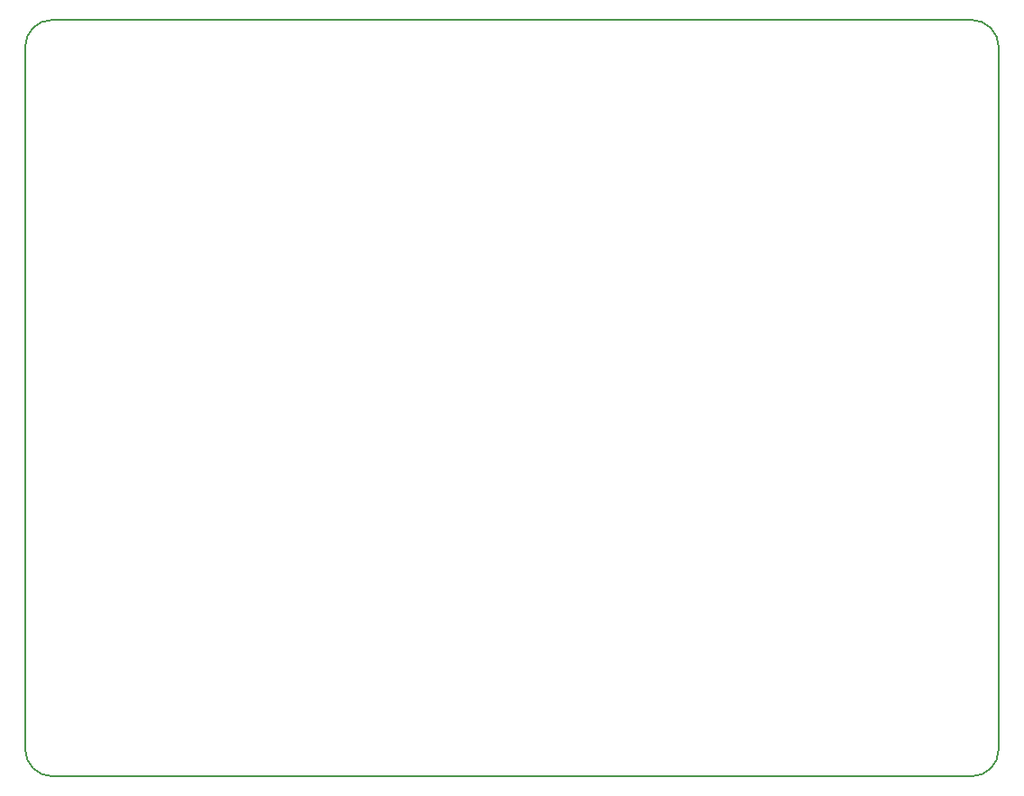
<source format=gko>
G04 #@! TF.GenerationSoftware,KiCad,Pcbnew,(2017-12-02 revision 3109343)-master*
G04 #@! TF.CreationDate,2018-01-05T03:29:25-05:00*
G04 #@! TF.ProjectId,ddc112brd,6464633131326272642E6B696361645F,rev?*
G04 #@! TF.SameCoordinates,Original*
G04 #@! TF.FileFunction,Profile,NP*
%FSLAX46Y46*%
G04 Gerber Fmt 4.6, Leading zero omitted, Abs format (unit mm)*
G04 Created by KiCad (PCBNEW (2017-12-02 revision 3109343)-master) date Fri Jan  5 03:29:25 2018*
%MOMM*%
%LPD*%
G01*
G04 APERTURE LIST*
%ADD10C,0.150000*%
G04 APERTURE END LIST*
D10*
X195580000Y-55880000D02*
X195580000Y-121920000D01*
X106680000Y-53340000D02*
X193040000Y-53340000D01*
X104140000Y-121920000D02*
X104140000Y-55880000D01*
X193040000Y-124460000D02*
X106680000Y-124460000D01*
X195580000Y-121920000D02*
G75*
G02X193040000Y-124460000I-2540000J0D01*
G01*
X106680000Y-124460000D02*
G75*
G02X104140000Y-121920000I0J2540000D01*
G01*
X104140000Y-55880000D02*
G75*
G02X106680000Y-53340000I2540000J0D01*
G01*
X193040000Y-53340000D02*
G75*
G02X195580000Y-55880000I0J-2540000D01*
G01*
M02*

</source>
